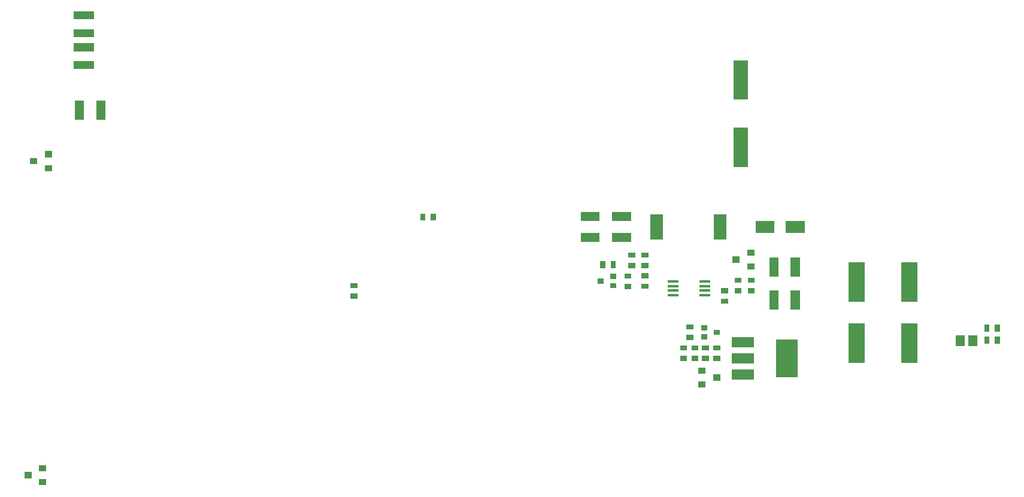
<source format=gbr>
G04 start of page 11 for group -4014 idx -4014 *
G04 Title: Power Board, bottompaste *
G04 Creator: pcb 1.99z *
G04 CreationDate: Thu 09 Sep 2010 23:06:34 GMT UTC *
G04 For: rbarlow *
G04 Format: Gerber/RS-274X *
G04 PCB-Dimensions: 653543 393701 *
G04 PCB-Coordinate-Origin: lower left *
%MOIN*%
%FSLAX25Y25*%
%LNBACKPASTE*%
%ADD32R,0.0283X0.0283*%
%ADD34R,0.0340X0.0340*%
%ADD37R,0.0290X0.0290*%
%ADD40R,0.0512X0.0512*%
%ADD47R,0.0130X0.0130*%
%ADD49R,0.0709X0.0709*%
%ADD55R,0.0560X0.0560*%
%ADD56R,0.1220X0.1220*%
%ADD72R,0.0441X0.0441*%
%ADD73R,0.0689X0.0689*%
%ADD74R,0.0906X0.0906*%
%ADD75R,0.0807X0.0807*%
G54D34*X423320Y204650D02*X423920D01*
X423320Y196850D02*X423920D01*
X415120Y200750D02*X415720D01*
G54D32*X364280Y197316D02*X365248D01*
X364280Y203150D02*X365248D01*
G54D47*X378012Y180906D02*X382618D01*
X378012Y183465D02*X382618D01*
X378012Y186023D02*X382618D01*
X378012Y188582D02*X382618D01*
X395728D02*X400334D01*
X395728Y186023D02*X400334D01*
X395728Y183465D02*X400334D01*
X395728Y180906D02*X400334D01*
G54D40*X331497Y212992D02*X337007D01*
X331497Y224802D02*X337007D01*
X436615Y181102D02*Y175592D01*
X448425Y181102D02*Y175592D01*
X436615Y199212D02*Y193702D01*
X448425Y199212D02*Y193702D01*
G54D37*X346747Y191321D02*X347347D01*
X346747Y186221D02*X347347D01*
X339747Y188721D02*X340347D01*
G54D40*X349017Y212992D02*X354527D01*
X349017Y224802D02*X354527D01*
G54D73*X429725Y218898D02*X433268D01*
X446654D02*X450197D01*
G54D32*X408571Y177631D02*X409539D01*
X408571Y183465D02*X409539D01*
G54D40*X61811Y286613D02*Y281103D01*
X50001Y286613D02*Y281103D01*
G54D32*X397941Y145670D02*X398909D01*
X397941Y151504D02*X398909D01*
X404240Y145670D02*X405208D01*
X404240Y151504D02*X405208D01*
X389280Y157319D02*X390248D01*
X389280Y163153D02*X390248D01*
G54D37*X397424Y157636D02*X398024D01*
X397424Y162736D02*X398024D01*
X404424Y160236D02*X405024D01*
G54D32*X423532Y189299D02*X424500D01*
X423532Y183465D02*X424500D01*
X356996Y197316D02*X357964D01*
X356996Y203150D02*X357964D01*
G54D55*X416001Y136670D02*X422601D01*
X416001Y145670D02*X422601D01*
X416001Y154770D02*X422601D01*
G54D56*X443701Y150170D02*Y141170D01*
G54D34*X396224Y131140D02*X396824D01*
X396224Y138940D02*X396824D01*
X404424Y135040D02*X405024D01*
G54D32*X416051Y189299D02*X417019D01*
X416051Y183465D02*X417019D01*
X364280Y185899D02*X365248D01*
X364280Y191733D02*X365248D01*
X385736Y151504D02*X386704D01*
X385736Y145670D02*X386704D01*
X392036D02*X393004D01*
X392036Y151504D02*X393004D01*
X354831Y185702D02*X355799D01*
X354831Y191536D02*X355799D01*
G54D75*X418111Y307678D02*Y293898D01*
Y270080D02*Y256300D01*
G54D72*X48819Y309055D02*X55748D01*
X48819Y318898D02*X55748D01*
X48819Y326772D02*X55748D01*
X48819Y336615D02*X55748D01*
G54D49*X406693Y222441D02*Y215355D01*
X371259Y222441D02*Y215355D01*
G54D74*X511811Y160827D02*Y147835D01*
X482677Y160827D02*Y147835D01*
G54D32*X202272Y180316D02*X203240D01*
X202272Y186150D02*X203240D01*
G54D74*X511811Y194686D02*Y181694D01*
X482677Y194686D02*Y181694D01*
G54D40*X540157Y155905D02*Y155119D01*
X547243Y155905D02*Y155119D01*
G54D32*X246851Y224894D02*Y223926D01*
X241017Y224894D02*Y223926D01*
G54D34*X32310Y259412D02*X32910D01*
X32310Y251612D02*X32910D01*
X24110Y255512D02*X24710D01*
X29228Y84646D02*X29828D01*
X29228Y76846D02*X29828D01*
X21028Y80746D02*X21628D01*
G54D32*X347047Y198319D02*Y197351D01*
X341213Y198319D02*Y197351D01*
X555118Y163083D02*Y162115D01*
X560952Y163083D02*Y162115D01*
X555118Y156390D02*Y155422D01*
X560952Y156390D02*Y155422D01*
M02*

</source>
